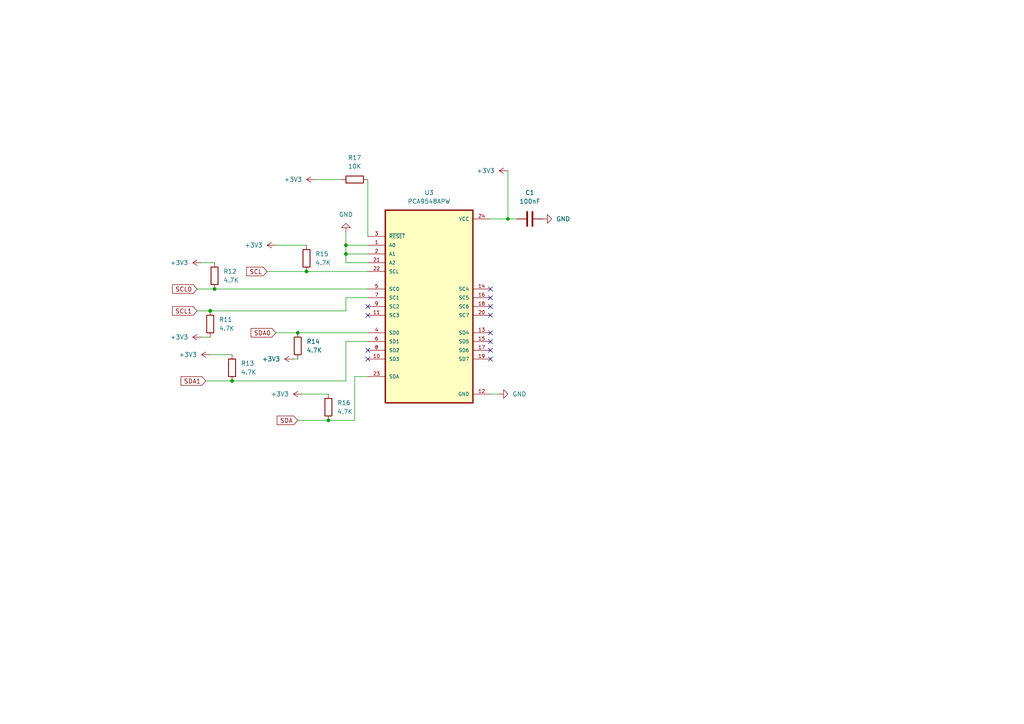
<source format=kicad_sch>
(kicad_sch (version 20231120) (generator "eeschema") (generator_version "8.0")
  (paper "A4")
  (lib_symbols
    (symbol "Device:C" (pin_numbers hide) (pin_names (offset 0.254))
      (property "Reference" "C" (at 0.635 2.54 0))
      (property "Value" "C" (at 0.635 -2.54 0))
      (symbol "C_0_1"
        (polyline (pts (xy -2.032 -0.762) (xy 2.032 -0.762)) (stroke (width 0.508)))
        (polyline (pts (xy -2.032 0.762) (xy 2.032 0.762)) (stroke (width 0.508)))
      )
      (symbol "C_1_1"
        (pin passive line (at 0 3.81 270) (length 2.794) (name "~") (number "1"))
        (pin passive line (at 0 -3.81 90) (length 2.794) (name "~") (number "2"))
      )
    )
    (symbol "Device:R" (pin_numbers hide) (pin_names (offset 0))
      (property "Reference" "R" (at 2.032 0 90))
      (property "Value" "R" (at 0 0 90))
      (symbol "R_0_1"
        (rectangle (start -1.016 -2.54) (end 1.016 2.54) (stroke (width 0.254)))
      )
      (symbol "R_1_1"
        (pin passive line (at 0 3.81 270) (length 1.27) (name "~") (number "1"))
        (pin passive line (at 0 -3.81 90) (length 1.27) (name "~") (number "2"))
      )
    )
    (symbol "SFLibrary:PCA9548APW" (pin_names (offset 1.016))
      (property "Reference" "U" (at -12.7 28.94 0))
      (property "Value" "PCA9548APW" (at -12.7 -31.94 0))
      (symbol "PCA9548APW_0_0"
        (rectangle (start -12.7 -27.94) (end 12.7 27.94) (stroke (width 0.41)) (fill (type background)))
        (pin input line (at -17.78 17.78 0) (length 5.08) (name "A0") (number "1"))
        (pin bidirectional line (at -17.78 -15.24 0) (length 5.08) (name "SD3") (number "10"))
        (pin bidirectional line (at -17.78 -2.54 0) (length 5.08) (name "SC3") (number "11"))
        (pin power_in line (at 17.78 -25.4 180) (length 5.08) (name "GND") (number "12"))
        (pin bidirectional line (at 17.78 -7.62 180) (length 5.08) (name "SD4") (number "13"))
        (pin bidirectional line (at 17.78 5.08 180) (length 5.08) (name "SC4") (number "14"))
        (pin bidirectional line (at 17.78 -10.16 180) (length 5.08) (name "SD5") (number "15"))
        (pin bidirectional line (at 17.78 2.54 180) (length 5.08) (name "SC5") (number "16"))
        (pin bidirectional line (at 17.78 -12.7 180) (length 5.08) (name "SD6") (number "17"))
        (pin bidirectional line (at 17.78 0 180) (length 5.08) (name "SC6") (number "18"))
        (pin bidirectional line (at 17.78 -15.24 180) (length 5.08) (name "SD7") (number "19"))
        (pin input line (at -17.78 15.24 0) (length 5.08) (name "A1") (number "2"))
        (pin bidirectional line (at 17.78 -2.54 180) (length 5.08) (name "SC7") (number "20"))
        (pin input line (at -17.78 12.7 0) (length 5.08) (name "A2") (number "21"))
        (pin input line (at -17.78 10.16 0) (length 5.08) (name "SCL") (number "22"))
        (pin bidirectional line (at -17.78 -20.32 0) (length 5.08) (name "SDA") (number "23"))
        (pin power_in line (at 17.78 25.4 180) (length 5.08) (name "VCC") (number "24"))
        (pin input line (at -17.78 20.32 0) (length 5.08) (name "~{RESET}") (number "3"))
        (pin bidirectional line (at -17.78 -7.62 0) (length 5.08) (name "SD0") (number "4"))
        (pin bidirectional line (at -17.78 5.08 0) (length 5.08) (name "SC0") (number "5"))
        (pin bidirectional line (at -17.78 -10.16 0) (length 5.08) (name "SD1") (number "6"))
        (pin bidirectional line (at -17.78 2.54 0) (length 5.08) (name "SC1") (number "7"))
        (pin bidirectional line (at -17.78 -12.7 0) (length 5.08) (name "SD2") (number "8"))
        (pin bidirectional line (at -17.78 0 0) (length 5.08) (name "SC2") (number "9"))
      )
    )
    (symbol "power:+3V3" (power) (pin_numbers hide) (pin_names (offset 0) hide)
      (property "Value" "+3V3" (at 0 3.556 0))
      (symbol "+3V3_0_1"
        (polyline (pts (xy -0.762 1.27) (xy 0 2.54)))
        (polyline (pts (xy 0 0) (xy 0 2.54)))
        (polyline (pts (xy 0 2.54) (xy 0.762 1.27)))
      )
      (symbol "+3V3_1_1"
        (pin power_in line (at 0 0 90) (length 0) (name "~") (number "1"))
      )
    )
    (symbol "power:GND" (power) (pin_numbers hide) (pin_names (offset 0) hide)
      (property "Value" "GND" (at 0 -3.81 0))
      (symbol "GND_0_1"
        (polyline (pts (xy 0 0) (xy 0 -1.27) (xy 1.27 -1.27) (xy 0 -2.54) (xy -1.27 -1.27) (xy 0 -1.27)))
      )
      (symbol "GND_1_1"
        (pin power_in line (at 0 0 270) (length 0) (name "~") (number "1"))
      )
    )
  )
  (junction (at 86.36 96.52))
  (junction (at 62.23 83.82))
  (junction (at 100.33 71.12))
  (junction (at 88.9 78.74))
  (junction (at 147.32 63.5))
  (junction (at 60.96 90.17))
  (junction (at 95.25 121.92))
  (junction (at 100.33 73.66))
  (junction (at 67.31 110.49))
  (no_connect (at 142.24 96.52))
  (no_connect (at 142.24 104.14))
  (no_connect (at 142.24 99.06))
  (no_connect (at 142.24 88.9))
  (no_connect (at 106.68 88.9))
  (no_connect (at 142.24 83.82))
  (no_connect (at 142.24 101.6))
  (no_connect (at 142.24 86.36))
  (no_connect (at 106.68 101.6))
  (no_connect (at 142.24 91.44))
  (no_connect (at 106.68 104.14))
  (no_connect (at 106.68 91.44))
  (wire (pts (xy 147.32 63.5) (xy 149.86 63.5)))
  (wire (pts (xy 100.33 73.66) (xy 100.33 76.2)))
  (wire (pts (xy 57.15 90.17) (xy 60.96 90.17)))
  (wire (pts (xy 60.96 102.87) (xy 67.31 102.87)))
  (wire (pts (xy 80.01 96.52) (xy 86.36 96.52)))
  (wire (pts (xy 67.31 110.49) (xy 100.33 110.49)))
  (wire (pts (xy 100.33 99.06) (xy 100.33 110.49)))
  (wire (pts (xy 59.69 110.49) (xy 67.31 110.49)))
  (wire (pts (xy 85.09 104.14) (xy 86.36 104.14)))
  (wire (pts (xy 100.33 71.12) (xy 100.33 73.66)))
  (wire (pts (xy 88.9 71.12) (xy 80.01 71.12)))
  (wire (pts (xy 87.63 114.3) (xy 95.25 114.3)))
  (wire (pts (xy 77.47 78.74) (xy 88.9 78.74)))
  (wire (pts (xy 58.42 76.2) (xy 62.23 76.2)))
  (wire (pts (xy 100.33 90.17) (xy 100.33 86.36)))
  (wire (pts (xy 106.68 52.07) (xy 106.68 68.58)))
  (wire (pts (xy 57.15 83.82) (xy 62.23 83.82)))
  (wire (pts (xy 95.25 121.92) (xy 102.87 121.92)))
  (wire (pts (xy 102.87 121.92) (xy 102.87 109.22)))
  (wire (pts (xy 144.78 114.3) (xy 142.24 114.3)))
  (wire (pts (xy 62.23 83.82) (xy 106.68 83.82)))
  (wire (pts (xy 86.36 96.52) (xy 106.68 96.52)))
  (wire (pts (xy 91.44 52.07) (xy 99.06 52.07)))
  (wire (pts (xy 147.32 63.5) (xy 142.24 63.5)))
  (wire (pts (xy 58.42 97.79) (xy 60.96 97.79)))
  (wire (pts (xy 88.9 78.74) (xy 106.68 78.74)))
  (wire (pts (xy 100.33 67.31) (xy 100.33 71.12)))
  (wire (pts (xy 100.33 71.12) (xy 106.68 71.12)))
  (wire (pts (xy 60.96 90.17) (xy 100.33 90.17)))
  (wire (pts (xy 86.36 121.92) (xy 95.25 121.92)))
  (wire (pts (xy 100.33 99.06) (xy 106.68 99.06)))
  (wire (pts (xy 100.33 86.36) (xy 106.68 86.36)))
  (wire (pts (xy 100.33 73.66) (xy 106.68 73.66)))
  (wire (pts (xy 102.87 109.22) (xy 106.68 109.22)))
  (wire (pts (xy 147.32 49.53) (xy 147.32 63.5)))
  (wire (pts (xy 106.68 76.2) (xy 100.33 76.2)))
  (global_label "SCL" (shape input) (at 77.47 78.74 180) (property "Intersheetrefs" "${INTERSHEET_REFS}" (effects (hide yes))))
  (global_label "SDA" (shape input) (at 86.36 121.92 180) (property "Intersheetrefs" "${INTERSHEET_REFS}" (effects (hide yes))))
  (global_label "SDA1" (shape input) (at 59.69 110.49 180) (property "Intersheetrefs" "${INTERSHEET_REFS}" (effects (hide yes))))
  (global_label "SDA0" (shape input) (at 80.01 96.52 180) (property "Intersheetrefs" "${INTERSHEET_REFS}" (effects (hide yes))))
  (global_label "SCL0" (shape input) (at 57.15 83.82 180) (property "Intersheetrefs" "${INTERSHEET_REFS}" (effects (hide yes))))
  (global_label "SCL1" (shape input) (at 57.15 90.17 180) (property "Intersheetrefs" "${INTERSHEET_REFS}" (effects (hide yes))))
  (symbol (lib_id "Device:R") (at 86.36 100.33 180) (unit 1)
    (property "Reference" "R14" (at 88.9 99.0599 0) (effects (justify right)))
    (property "Value" "4.7K" (at 88.9 101.5999 0) (effects (justify right)))
    (property "Footprint" "Resistor_SMD:R_0402_1005Metric" (effects (hide yes)))
    (property "Description" "Resistor" (effects (hide yes)))
  )
  (symbol (lib_id "power:+3V3") (at 87.63 114.3 90) (unit 1)
    (property "Reference" "#PWR052" (effects (hide yes)))
    (property "Value" "+3V3" (at 83.82 114.2999 90) (effects (justify left)))
    (property "Description" "Power symbol creates a global label with name \"+3V3\"" (effects (hide yes)))
  )
  (symbol (lib_id "Device:C") (at 153.67 63.5 90) (unit 1)
    (property "Reference" "C1" (at 153.67 55.88 90))
    (property "Value" "100nF" (at 153.67 58.42 90))
    (property "Footprint" "Custom_Footprints:Perfect_0402" (effects (hide yes)))
    (property "Description" "Unpolarized capacitor" (effects (hide yes)))
  )
  (symbol (lib_id "power:GND") (at 144.78 114.3 90) (unit 1)
    (property "Reference" "#PWR042" (effects (hide yes)))
    (property "Value" "GND" (at 148.59 114.2999 90) (effects (justify right)))
    (property "Description" "Power symbol creates a global label with name \"GND\" , ground" (effects (hide yes)))
  )
  (symbol (lib_id "Device:R") (at 102.87 52.07 90) (unit 1)
    (property "Reference" "R17" (at 102.87 45.72 90))
    (property "Value" "10K" (at 102.87 48.26 90))
    (property "Footprint" "Resistor_SMD:R_0402_1005Metric" (effects (hide yes)))
    (property "Description" "Resistor" (effects (hide yes)))
  )
  (symbol (lib_id "SFLibrary:PCA9548APW") (at 124.46 88.9 0) (unit 1)
    (property "Reference" "U3" (at 124.46 55.88 0))
    (property "Value" "PCA9548APW" (at 124.46 58.42 0))
    (property "Footprint" "SFLibrary:SOP65P640X120-24N" (effects (hide yes)))
    (property "MF" "Texas Instruments" (effects (hide yes)))
    (property "Description_1" "\n8-Channel I2C Switch With Reset 24-TSSOP -40 to 85\n" (effects (hide yes)))
    (property "Package" "TSSOP-24 Texas Instruments" (effects (hide yes)))
    (property "Price" "None" (effects (hide yes)))
    (property "SnapEDA_Link" "https://www.snapeda.com/parts/PCA9548APW/Texas+Instruments/view-part/?ref=snap" (effects (hide yes)))
    (property "MP" "PCA9548APW" (effects (hide yes)))
    (property "Availability" "In Stock" (effects (hide yes)))
    (property "Check_prices" "https://www.snapeda.com/parts/PCA9548APW/Texas+Instruments/view-part/?ref=eda" (effects (hide yes)))
  )
  (symbol (lib_id "power:GND") (at 100.33 67.31 180) (unit 1)
    (property "Reference" "#PWR041" (effects (hide yes)))
    (property "Value" "GND" (at 100.33 62.23 0))
    (property "Description" "Power symbol creates a global label with name \"GND\" , ground" (effects (hide yes)))
  )
  (symbol (lib_id "power:+3V3") (at 85.09 104.14 90) (unit 1)
    (property "Reference" "#PWR060" (effects (hide yes)))
    (property "Value" "+3V3" (at 81.28 104.1399 90) (effects (justify left)))
    (property "Description" "Power symbol creates a global label with name \"+3V3\"" (effects (hide yes)))
  )
  (symbol (lib_id "Device:R") (at 60.96 93.98 180) (unit 1)
    (property "Reference" "R11" (at 63.5 92.7099 0) (effects (justify right)))
    (property "Value" "4.7K" (at 63.5 95.2499 0) (effects (justify right)))
    (property "Footprint" "Resistor_SMD:R_0402_1005Metric" (effects (hide yes)))
    (property "Description" "Resistor" (effects (hide yes)))
  )
  (symbol (lib_id "Device:R") (at 95.25 118.11 0) (unit 1)
    (property "Reference" "R16" (at 97.79 116.8399 0) (effects (justify left)))
    (property "Value" "4.7K" (at 97.79 119.3799 0) (effects (justify left)))
    (property "Footprint" "Resistor_SMD:R_0402_1005Metric" (effects (hide yes)))
    (property "Description" "Resistor" (effects (hide yes)))
  )
  (symbol (lib_id "Device:R") (at 62.23 80.01 180) (unit 1)
    (property "Reference" "R12" (at 64.77 78.7399 0) (effects (justify right)))
    (property "Value" "4.7K" (at 64.77 81.2799 0) (effects (justify right)))
    (property "Footprint" "Resistor_SMD:R_0402_1005Metric" (effects (hide yes)))
    (property "Description" "Resistor" (effects (hide yes)))
  )
  (symbol (lib_id "Device:R") (at 67.31 106.68 180) (unit 1)
    (property "Reference" "R13" (at 69.85 105.4099 0) (effects (justify right)))
    (property "Value" "4.7K" (at 69.85 107.9499 0) (effects (justify right)))
    (property "Footprint" "Resistor_SMD:R_0402_1005Metric" (effects (hide yes)))
    (property "Description" "Resistor" (effects (hide yes)))
  )
  (symbol (lib_id "power:GND") (at 157.48 63.5 90) (unit 1)
    (property "Reference" "#PWR043" (effects (hide yes)))
    (property "Value" "GND" (at 161.29 63.4999 90) (effects (justify right)))
    (property "Description" "Power symbol creates a global label with name \"GND\" , ground" (effects (hide yes)))
  )
  (symbol (lib_id "power:+3V3") (at 80.01 71.12 90) (unit 1)
    (property "Reference" "#PWR051" (effects (hide yes)))
    (property "Value" "+3V3" (at 76.2 71.1199 90) (effects (justify left)))
    (property "Description" "Power symbol creates a global label with name \"+3V3\"" (effects (hide yes)))
  )
  (symbol (lib_id "power:+3V3") (at 58.42 76.2 90) (unit 1)
    (property "Reference" "#PWR053" (effects (hide yes)))
    (property "Value" "+3V3" (at 54.61 76.1999 90) (effects (justify left)))
    (property "Description" "Power symbol creates a global label with name \"+3V3\"" (effects (hide yes)))
  )
  (symbol (lib_id "Device:R") (at 88.9 74.93 180) (unit 1)
    (property "Reference" "R15" (at 91.44 73.6599 0) (effects (justify right)))
    (property "Value" "4.7K" (at 91.44 76.1999 0) (effects (justify right)))
    (property "Footprint" "Resistor_SMD:R_0402_1005Metric" (effects (hide yes)))
    (property "Description" "Resistor" (effects (hide yes)))
  )
  (symbol (lib_id "power:+3V3") (at 147.32 49.53 90) (unit 1)
    (property "Reference" "#PWR057" (effects (hide yes)))
    (property "Value" "+3V3" (at 143.51 49.5299 90) (effects (justify left)))
    (property "Description" "Power symbol creates a global label with name \"+3V3\"" (effects (hide yes)))
  )
  (symbol (lib_id "power:+3V3") (at 60.96 102.87 90) (unit 1)
    (property "Reference" "#PWR055" (effects (hide yes)))
    (property "Value" "+3V3" (at 57.15 102.8699 90) (effects (justify left)))
    (property "Description" "Power symbol creates a global label with name \"+3V3\"" (effects (hide yes)))
  )
  (symbol (lib_id "power:+3V3") (at 91.44 52.07 90) (unit 1)
    (property "Reference" "#PWR056" (effects (hide yes)))
    (property "Value" "+3V3" (at 87.63 52.0699 90) (effects (justify left)))
    (property "Description" "Power symbol creates a global label with name \"+3V3\"" (effects (hide yes)))
  )
  (symbol (lib_id "power:+3V3") (at 58.42 97.79 90) (unit 1)
    (property "Reference" "#PWR054" (effects (hide yes)))
    (property "Value" "+3V3" (at 54.61 97.7899 90) (effects (justify left)))
    (property "Description" "Power symbol creates a global label with name \"+3V3\"" (effects (hide yes)))
  )
)
</source>
